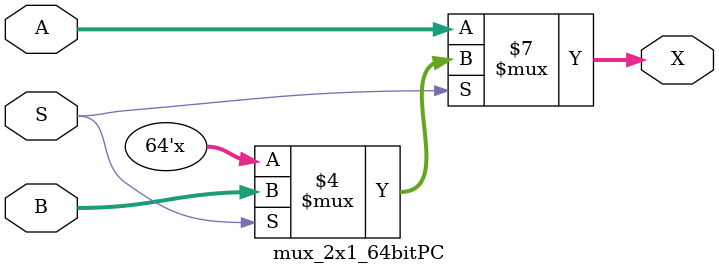
<source format=v>
module mux_2x1_64bitPC (
    input S,
    input [63:0] A, B,
    output reg [63:0] X
);

always @ (*) 
    begin
        if (S == 1'b0)
            X <= A;
        else if (S == 1'b1)
            X <= B;
    end
endmodule
</source>
